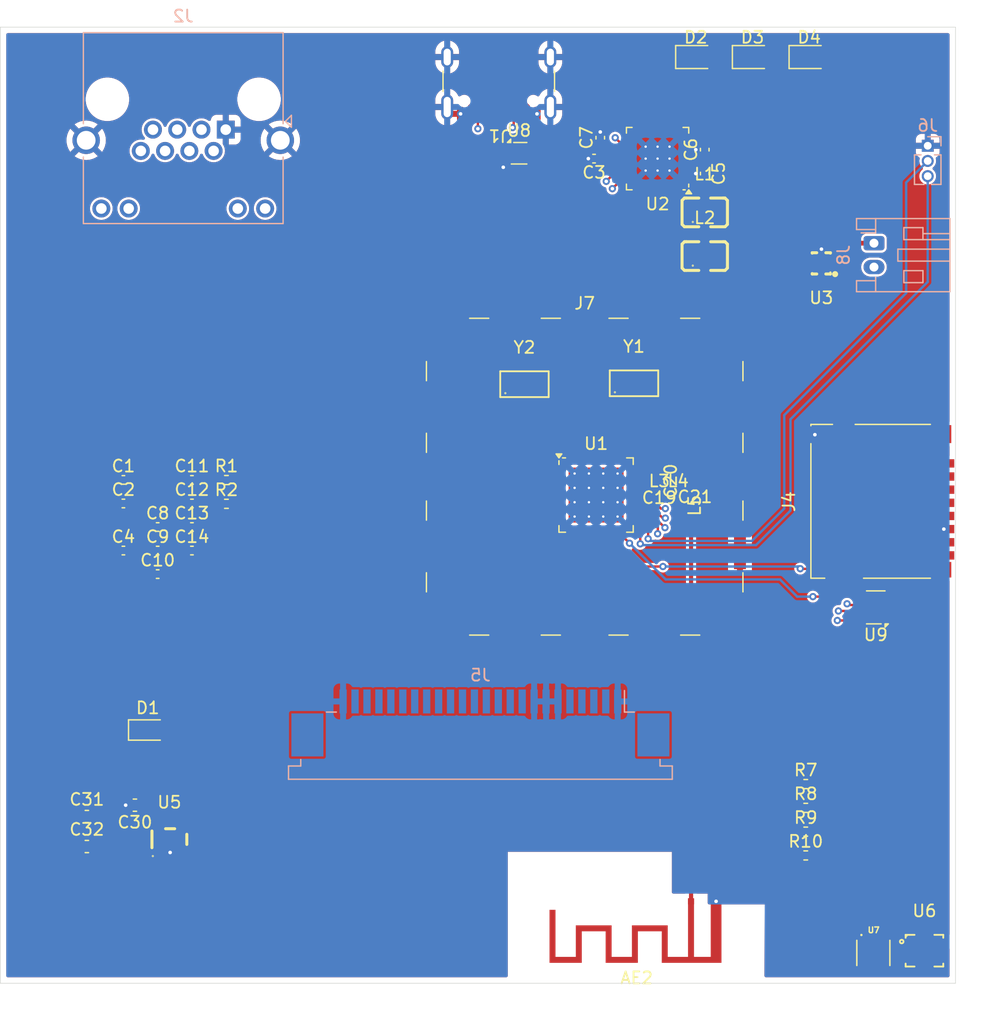
<source format=kicad_pcb>
(kicad_pcb (version 20240108) (generator "pcbnew") (generator_version "8.0")
  (layers (0 "F.Cu" signal) (1 "In1.Cu" power) (2 "In2.Cu" signal) (31 "B.Cu" signal) (34 "B.Paste" user) (35 "F.Paste" user) (36 "B.SilkS" user "B.Silkscreen") (37 "F.SilkS" user "F.Silkscreen") (38 "B.Mask" user) (39 "F.Mask" user) (44 "Edge.Cuts" user))
  (net 0 "")
  (net 1 "VBUSIN")
  (net 2 "CC2")
  (net 3 "CC1")
  (net 4 "DETECT1")
  (net 5 "DETECT2")
  (net 6 "SD_CS")
  (net 7 "Net-(U1-XC1)")
  (net 8 "Net-(U1-XC2)")
  (net 9 "SD_MISO")
  (net 10 "SD_MOSI")
  (net 11 "SD_SCLK")
  (net 12 "SD_DETECT")
  (net 13 "Net-(U1-DCC)")
  (net 14 "/Display/SCLK")
  (net 15 "SCL1")
  (net 16 "SENSE1A")
  (net 17 "SENSE2A")
  (net 18 "/Display/MOSI")
  (net 19 "SDA1")
  (net 20 "SENSE2B")
  (net 21 "SDA2")
  (net 22 "SENSE1B")
  (net 23 "/MCU/INT")
  (net 24 "Net-(D4-K)")
  (net 25 "VSYS")
  (net 26 "VOUTLDO2")
  (net 27 "VDDIO")
  (net 28 "Net-(D2-K)")
  (net 29 "VINLDO1")
  (net 30 "Net-(U2-SW1)")
  (net 33 "Net-(U2-VSET2)")
  (net 34 "Net-(U2-VSET1)")
  (net 35 "Net-(U2-SW2)")
  (net 36 "VOUTLDO1")
  (net 37 "Net-(D3-K)")
  (net 38 "VINLDO2")
  (net 40 "SCL2")
  (net 41 "/MCU/RESET")
  (net 42 "Net-(J5-Pin_2)")
  (net 57 "Net-(U3-PACK)")
  (net 58 "Net-(U3-VDD)")
  (net 59 "Net-(U3-BAT)")
  (net 60 "BATGND")
  (net 62 "VBAT")
  (net 72 "/Battery/NTC")
  (net 73 "Net-(J6-Pin_2)")
  (net 74 "Net-(U2-SHPHLD)")
  (net 75 "GND")
  (net 76 "/Display/3.0V")
  (net 77 "/MCU/MOTION_INT")
  (net 78 "/Battery/VBATOUT")
  (net 79 "/Power/VUSBOUT")
  (net 80 "Net-(U1-P1.00)")
  (net 81 "Net-(U1-P1.02)")
  (net 82 "unconnected-(U1-~{RESET}-Pad30)")
  (net 83 "Net-(U1-P1.03)")
  (net 84 "BUT3")
  (net 85 "BUT1")
  (net 86 "BUT4")
  (net 87 "BUT2")
  (net 88 "Net-(U1-P1.01)")
  (net 93 "Net-(U1-DECA)")
  (net 94 "Net-(U1-DECD)")
  (net 101 "Net-(J4-DAT3{slash}CD)")
  (net 102 "Net-(J4-DAT0)")
  (net 103 "Net-(J4-CMD)")
  (net 104 "Net-(J4-CLK)")
  (net 105 "Net-(AE2-A)")
  (net 107 "Net-(J5-Pin_3)")
  (net 108 "Net-(C19-Pad1)")
  (net 109 "Net-(C20-Pad1)")
  (net 110 "Net-(U1-ANT)")
  (net 111 "Net-(U5-FB)")
  (net 112 "VOUT")
  (net 113 "/Display/DISPLAY_SHDN")
  (net 114 "Net-(D1-A)")
  (net 119 "Net-(J6-Pin_3)")
  (footprint "Resistor_SMD:R_0402_1005Metric" (layer "F.Cu") (at 168.94 114.885)
    (property "Reference" "R2")
    (property "Value" "150k")
  )
  (footprint "Inductor_SMD:L_0201_0603Metric" (layer "F.Cu") (at 205.194971 114.024873)
    (property "Reference" "L3")
    (property "Value" "2.7nH")
  )
  (footprint "Connector_Card:microSD_HC_Hirose_DM3D-SF" (layer "F.Cu") (at 223.675 114.675 90)
    (property "Reference" "J4")
    (property "Value" "Micro_SD_Card_Det1")
  )
  (footprint "Capacitor_SMD:C_0603_1608Metric" (layer "F.Cu") (at 161.275 140.1 180)
    (property "Reference" "C30")
    (property "Value" "4.7uF")
  )
  (footprint "Package_SON:Texas_R-PWSON-N12_EP0.4x2mm" (layer "F.Cu") (at 223.325 123.55 180)
    (property "Reference" "U9")
    (property "Value" "TPD6F003")
  )
  (footprint "Diode_SMD:D_SOD-323F" (layer "F.Cu") (at 162.35 133.81)
    (property "Reference" "D1")
    (property "Value" "BAT54J")
  )
  (footprint "Resistor_SMD:R_0402_1005Metric" (layer "F.Cu") (at 217.46 140.325)
    (property "Reference" "R8")
    (property "Value" "10k")
  )
  (footprint "Capacitor_SMD:C_0201_0603Metric" (layer "F.Cu") (at 205.194971 113.324873 180)
    (property "Reference" "C19")
    (property "Value" "1.5pF")
  )
  (footprint "Resistor_SMD:R_0402_1005Metric" (layer "F.Cu") (at 217.46 142.315)
    (property "Reference" "R9")
    (property "Value" "10k")
  )
  (footprint "Library:CRYSTAL-SMD_L3.2-W1.5-1" (layer "F.Cu") (at 203.07507 104.799873)
    (property "Reference" "Y1")
    (property "Value" "32MHz")
  )
  (footprint "Package_DFN_QFN:QFN-32-1EP_5x5mm_P0.5mm_EP3.6x3.6mm_ThermalVias" (layer "F.Cu") (at 205.05 86 180)
    (property "Reference" "U2")
    (property "Value" "nPM1300-QEXX")
  )
  (footprint "Capacitor_SMD:C_0402_1005Metric" (layer "F.Cu") (at 163.18 120.765)
    (property "Reference" "C10")
    (property "Value" "10uF")
  )
  (footprint "Capacitor_SMD:C_0402_1005Metric" (layer "F.Cu") (at 166.05 118.795)
    (property "Reference" "C14")
    (property "Value" "100nF")
  )
  (footprint "Library:LGA-14_L3.0-W2.5-P0.50-TL" (layer "F.Cu") (at 227.401397 152.275)
    (property "Reference" "U6")
    (property "Value" "ICM-42688-P")
  )
  (footprint "Capacitor_SMD:C_0402_1005Metric" (layer "F.Cu") (at 163.18 118.795)
    (property "Reference" "C9")
    (property "Value" "10uF")
  )
  (footprint "Resistor_SMD:R_0402_1005Metric" (layer "F.Cu") (at 217.46 138.335)
    (property "Reference" "R7")
    (property "Value" "10k")
  )
  (footprint "Resistor_SMD:R_0402_1005Metric" (layer "F.Cu") (at 168.94 112.895)
    (property "Reference" "R1")
    (property "Value" "4.7k")
  )
  (footprint "RF_Antenna:Texas_SWRA117D_2.4GHz_Right" (layer "F.Cu") (at 207.85 148.145 180)
    (property "Reference" "AE2")
    (property "Value" "Antenna_Shield")
  )
  (footprint "Library:PSON65P250X200X100-8N" (layer "F.Cu") (at 223.12133 152.462587)
    (property "Reference" "U7")
    (property "Value" "ICP-10111")
  )
  (footprint "Capacitor_SMD:C_0402_1005Metric" (layer "F.Cu") (at 160.31 112.885)
    (property "Reference" "C1")
    (property "Value" "0.1pF")
  )
  (footprint "Capacitor_SMD:C_0402_1005Metric" (layer "F.Cu") (at 166.05 116.825)
    (property "Reference" "C13")
    (property "Value" "10uF")
  )
  (footprint "RF_Shielding:Laird_Technologies_BMI-S-103_26.21x26.21mm" (layer "F.Cu") (at 198.945 112.615)
    (property "Reference" "J7")
    (property "Value" "RFShield_TwoPieces")
  )
  (footprint "Library:SOT-23-5_L2.9-W1.6-P0.95-LS2.8-BL" (layer "F.Cu") (at 164.224962 142.960076)
    (property "Reference" "U5")
    (property "Value" "FAN5331SX")
  )
  (footprint "Capacitor_SMD:C_0402_1005Metric" (layer "F.Cu") (at 160.31 114.855)
    (property "Reference" "C2")
    (property "Value" "100nF")
  )
  (footprint "Library:L0806" (layer "F.Cu") (at 209 94.154)
    (property "Reference" "L2")
    (property "Value" "2.2uH")
  )
  (footprint "Capacitor_SMD:C_0402_1005Metric" (layer "F.Cu") (at 199.73 86 180)
    (property "Reference" "C3")
    (property "Value" "1.0uF")
  )
  (footprint "Capacitor_SMD:C_0402_1005Metric" (layer "F.Cu") (at 166.05 114.855)
    (property "Reference" "C12")
    (property "Value" "10uF")
  )
  (footprint "Capacitor_SMD:C_0201_0603Metric" (layer "F.Cu") (at 208.174901 115.349873)
    (property "Reference" "C21")
    (property "Value" "0.3pF")
  )
  (footprint "Capacitor_SMD:C_0201_0603Metric" (layer "F.Cu") (at 207.099901 112.974873 90)
    (property "Reference" "C20")
    (property "Value" "2.0pF")
  )
  (footprint "Resistor_SMD:R_0402_1005Metric" (layer "F.Cu") (at 217.46 144.305)
    (property "Reference" "R10")
    (property "Value" "10k")
  )
  (footprint "Inductor_SMD:L_0201_0603Metric" (layer "F.Cu") (at 206.774901 114.024873)
    (property "Reference" "L4")
    (property "Value" "3.5nH")
  )
  (footprint "Capacitor_SMD:C_0402_1005Metric" (layer "F.Cu") (at 160.31 118.795)
    (property "Reference" "C4")
    (property "Value" "1.0uF")
  )
  (footprint "Package_TO_SOT_SMD:SOT-553" (layer "F.Cu") (at 193.45 85.55)
    (property "Reference" "U8")
    (property "Value" "TPD3E001DRLR")
  )
  (footprint "Capacitor_SMD:C_0402_1005Metric" (layer "F.Cu") (at 200.25 84.25 90)
    (property "Reference" "C7")
    (property "Value" "10uF")
  )
  (footprint "LED_SMD:LED_0805_2012Metric" (layer "F.Cu") (at 217.75 77.5)
    (property "Reference" "D4")
    (property "Value" "B")
  )
  (footprint "Library:CRYSTAL-SMD_L3.2-W1.5-1" (layer "F.Cu") (at 193.90007 104.874873)
    (property "Reference" "Y2")
    (property "Value" "32.768KHz")
  )
  (footprint "Capacitor_SMD:C_0603_1608Metric" (layer "F.Cu") (at 157.25 143.56)
    (property "Reference" "C32")
    (property "Value" "4.7uF")
  )
  (footprint "Library:L0806" (layer "F.Cu") (at 209 90.5)
    (property "Reference" "L1")
    (property "Value" "2.2uH")
  )
  (footprint "Package_DFN_QFN:QFN-48-1EP_6x6mm_P0.4mm_EP4.6x4.6mm_ThermalVias" (layer "F.Cu") (at 199.89993 114.150127)
    (property "Reference" "U1")
    (property "Value" "nRF54L15-QFXX")
  )
  (footprint "LED_SMD:LED_0805_2012Metric" (layer "F.Cu") (at 213 77.5)
    (property "Reference" "D3")
    (property "Value" "G")
  )
  (footprint "Capacitor_SMD:C_0603_1608Metric" (layer "F.Cu") (at 157.25 141.05)
    (property "Reference" "C31")
    (property "Value" "120pF")
  )
  (footprint "Inductor_SMD:L_0201_0603Metric" (layer "F.Cu") (at 207.099901 115.024873 -90)
    (property "Reference" "L5")
    (property "Value" "3.5nH")
  )
  (footprint "Capacitor_SMD:C_0402_1005Metric" (layer "F.Cu") (at 166.05 112.885)
    (property "Reference" "C11")
    (property "Value" "10uF")
  )
  (footprint "Connector_USB:USB_C_Receptacle_GCT_USB4105-xx-A_16P_TopMnt_Horizontal" (layer "F.Cu") (at 191.75 78.575 180)
    (property "Reference" "J1")
    (property "Value" "USB_C_Receptacle_USB2.0_14P")
  )
  (footprint "Library:X2QFN-8_L1.5-W1.5-P0.50-TL" (layer "F.Cu") (at 218.775 94.775 180)
    (property "Reference" "U3")
    (property "Value" "BQ298012RUGR")
  )
  (footprint "Capacitor_SMD:C_0402_1005Metric" (layer "F.Cu") (at 209 87.25 -90)
    (property "Reference" "C5")
    (property "Value" "10uF")
  )
  (footprint "LED_SMD:LED_0805_2012Metric" (layer "F.Cu") (at 208.25 77.5)
    (property "Reference" "D2")
    (property "Value" "R")
  )
  (footprint "Capacitor_SMD:C_0402_1005Metric" (layer "F.Cu") (at 209 85.25 90)
    (property "Reference" "C6")
    (property "Value" "10uF")
  )
  (footprint "Capacitor_SMD:C_0402_1005Metric" (layer "F.Cu") (at 163.18 116.825)
    (property "Reference" "C8")
    (property "Value" "10uF")
  )
  (footprint "Connector_JST:JST_PH_S2B-PH-K_1x02_P2.00mm_Horizontal" (layer "B.Cu") (at 223.175 93.075 -90)
    (property "Reference" "J8")
    (property "Value" "Conn_01x02_Socket")
  )
  (footprint "Connector_RJ:RJ45_Amphenol_RJHSE538X" (layer "B.Cu") (at 168.882 83.575 180)
    (property "Reference" "J2")
    (property "Value" "RJ45_Shielded")
  )
  (footprint "Connector_PinHeader_1.27mm:PinHeader_1x03_P1.27mm_Vertical" (layer "B.Cu") (at 227.675 84.925 180)
    (property "Reference" "J6")
    (property "Value" "Conn_01x03_Pin")
  )
  (footprint "Connector_FFC-FPC:TE_2-84952-4_1x24-1MP_P1.0mm_Horizontal" (layer "B.Cu") (at 190.21 133.22 180)
    (property "Reference" "J5")
    (property "Value" "Conn_01x24_Socket")
  )
  (gr_line (start 230 155) (end 230 75) (stroke (width 0.05)) (layer "Edge.Cuts"))
  (gr_line (start 150 75) (end 150 155) (stroke (width 0.05)) (layer "Edge.Cuts"))
  (gr_line (start 230 75) (end 150 75) (stroke (width 0.05)) (layer "Edge.Cuts"))
  (gr_line (start 150 155) (end 230 155) (stroke (width 0.05)) (layer "Edge.Cuts"))
  (segment (start 200.46 86.25) (end 200.21 86) (width 0.3) (layer "F.Cu") (net 1))
  (segment (start 194.15 82.255) (end 194.15 81.65) (width 0.4) (layer "F.Cu") (net 1))
  (segment (start 200.21 85.953154) (end 199.306846 85.05) (width 0.4) (layer "F.Cu") (net 1))
  (segment (start 190.126475 80.879695) (end 189.638085 81.368085) (width 0.4) (layer "F.Cu") (net 1))
  (segment (start 189.35 81.680001) (end 189.650001 81.38) (width 0.4) (layer "F.Cu") (net 1))
  (segment (start 189.35 82.255) (end 189.35 81.680001) (width 0.4) (layer "F.Cu") (net 1))
  (segment (start 193.379695 80.879695) (end 190.126475 80.879695) (width 0.4) (layer "F.Cu") (net 1))
  (segment (start 194.15 85.05) (end 199.306846 85.05) (width 0.4) (layer "F.Cu") (net 1))
  (segment (start 194.15 82.255) (end 194.15 85.05) (width 0.4) (layer "F.Cu") (net 1))
  (segment (start 202.6 86.25) (end 200.46 86.25) (width 0.3) (layer "F.Cu") (net 1))
  (segment (start 194.15 81.65) (end 193.379695 80.879695) (width 0.4) (layer "F.Cu") (net 1))
  (segment (start 200.21 86) (end 200.21 85.953154) (width 0.3) (layer "F.Cu") (net 1))
  (segment (start 202.026728 87.75) (end 202.6 87.75) (width 0.2) (layer "F.Cu") (net 2))
  (segment (start 201.262149 88.514579) (end 202.026728 87.75) (width 0.2) (layer "F.Cu") (net 2))
  (segment (start 190 83.5) (end 190 82.255) (width 0.2) (layer "F.Cu") (net 2))
  (via (at 190 83.5) (size 0.6) (drill 0.3) (layers "F.Cu" "B.Cu") (net 2))
  (via (at 201.262149 88.514579) (size 0.6) (drill 0.3) (layers "F.Cu" "B.Cu") (net 2))
  (segment (start 193 82.255) (end 193 83.31005) (width 0.2) (layer "F.Cu") (net 3))
  (segment (start 193 83.31005) (end 192.905025 83.405025) (width 0.2) (layer "F.Cu") (net 3))
  (segment (start 201.4 87.25) (end 202.6 87.25) (width 0.2) (layer "F.Cu") (net 3))
  (segment (start 200.75 87.9) (end 201.4 87.25) (width 0.2) (layer "F.Cu") (net 3))
  (via (at 192.905025 83.405025) (size 0.6) (drill 0.3) (layers "F.Cu" "B.Cu") (net 3))
  (via (at 200.75 87.9) (size 0.6) (drill 0.3) (layers "F.Cu" "B.Cu") (net 3))
  (segment (start 202.09993 117.57993) (end 202.09993 117.100127) (width 0.2) (layer "F.Cu") (net 6))
  (segment (start 202.7 118.18) (end 202.09993 117.57993) (width 0.2) (layer "F.Cu") (net 6))
  (segment (start 221.168529 122.65) (end 221.468529 122.95) (width 0.2) (layer "F.Cu") (net 6))
  (segment (start 218.06 122.65) (end 221.168529 122.65) (width 0.2) (layer "F.Cu") (net 6))
  (segment (start 221.468529 122.95) (end 222.7 122.95) (width 0.2) (layer "F.Cu") (net 6))
  (via (at 202.7 118.18) (size 0.6) (drill 0.3) (layers "F.Cu" "B.Cu") (net 6))
  (via (at 218.06 122.65) (size 0.6) (drill 0.3) (layers "F.Cu" "B.Cu") (net 6))
  (segment (start 216.56 122.47) (end 216.74 122.65) (width 0.2) (layer "B.Cu") (net 6))
  (segment (start 215.3 121.21) (end 216.56 122.47) (width 0.2) (layer "B.Cu") (net 6))
  (segment (start 205.73 121.21) (end 215.12 121.21) (width 0.2) (layer "B.Cu") (net 6))
  (segment (start 216.74 122.65) (end 218.06 122.65) (width 0.2) (layer "B.Cu") (net 6))
  (segment (start 202.7 118.18) (end 205.73 121.21) (width 0.2) (layer "B.Cu") (net 6))
  (segment (start 215.12 121.21) (end 215.3 121.21) (width 0.2) (layer "B.Cu") (net 6))
  (segment (start 220.106357 124.644948) (end 221.858692 124.644948) (width 0.2) (layer "F.Cu") (net 9))
  (segment (start 205.053531 117.14304) (end 205.068651 117.12792) (width 0.2) (layer "F.Cu") (net 9))
  (segment (start 221.858692 124.644948) (end 222.35364 124.15) (width 0.2) (layer "F.Cu") (net 9))
  (segment (start 205.068651 117.12792) (end 205.068651 116.862869) (width 0.2) (layer "F.Cu") (net 9))
  (segment (start 222.35364 124.15) (end 222.825 124.15) (width 0.2) (layer "F.Cu") (net 9))
  (segment (start 205.053531 117.390891) (end 205.053531 117.14304) (width 0.2) (layer "F.Cu") (net 9))
  (segment (start 205.068651 116.862869) (end 203.755909 115.550127) (width 0.2) (layer "F.Cu") (net 9))
  (segment (start 203.755909 115.550127) (end 202.84993 115.550127) (width 0.2) (layer "F.Cu") (net 9))
  (via (at 220.106357 124.644948) (size 0.6) (drill 0.3) (layers "F.Cu" "B.Cu") (net 9))
  (via (at 205.053531 117.390891) (size 0.6) (drill 0.3) (layers "F.Cu" "B.Cu") (net 9))
  (segment (start 205.7 116.080003) (end 205.480003 116.080003) (width 0.2) (layer "F.Cu") (net 10))
  (segment (start 204.150127 114.750127) (end 202.84993 114.750127) (width 0.2) (layer "F.Cu") (net 10))
  (segment (start 220.92 123.25) (end 221.02 123.35) (width 0.2) (layer "F.Cu") (net 10))
  (segment (start 205.480003 116.080003) (end 204.150127 114.750127) (width 0.2) (layer "F.Cu") (net 10))
  (segment (start 221.02 123.35) (end 222.7 123.35) (width 0.2) (layer "F.Cu") (net 10))
  (via (at 220.92 123.25) (size 0.6) (drill 0.3) (layers "F.Cu" "B.Cu") (net 10))
  (via (at 205.7 116.080003) (size 0.6) (drill 0.3) (layers "F.Cu" "B.Cu") (net 10))
  (segment (start 221.21 123.85) (end 221.31 123.75) (width 0.2) (layer "F.Cu") (net 11))
  (segment (start 202.84993 115.150127) (end 203.921595 115.150127) (width 0.2) (layer "F.Cu") (net 11))
  (segment (start 205.650859 116.879391) (end 205.668651 116.879391) (width 0.2) (layer "F.Cu") (net 11))
  (segment (start 203.921595 115.150127) (end 205.650859 116.879391) (width 0.2) (layer "F.Cu") (net 11))
  (segment (start 221.31 123.75) (end 222.7 123.75) (width 0.2) (layer "F.Cu") (net 11))
  (segment (start 220.196142 123.85) (end 221.21 123.85) (width 0.2) (layer "F.Cu") (net 11))
  (via (at 220.196142 123.85) (size 0.6) (drill 0.3) (layers "F.Cu" "B.Cu") (net 11))
  (via (at 205.668651 116.879391) (size 0.6) (drill 0.3) (layers "F.Cu" "B.Cu") (net 11))
  (segment (start 201.69993 118.028459) (end 203.802206 120.130735) (width 0.2) (layer "F.Cu") (net 12))
  (segment (start 217.015 120.325) (end 219.8 120.325) (width 0.2) (layer "F.Cu") (net 12))
  (segment (start 217 120.31) (end 217.015 120.325) (width 0.2) (layer "F.Cu") (net 12))
  (segment (start 203.802206 120.130735) (end 205.499265 120.130735) (width 0.2) (layer "F.Cu") (net 12))
  (segment (start 201.69993 117.100127) (end 201.69993 118.028459) (width 0.2) (layer "F.Cu") (net 12))
  (via (at 217 120.31) (size 0.6) (drill 0.3) (layers "F.Cu" "B.Cu") (net 12))
  (via (at 205.499265 120.130735) (size 0.6) (drill 0.3) (layers "F.Cu" "B.Cu") (net 12))
  (segment (start 205.499265 120.130735) (end 216.820735 120.130735) (width 0.2) (layer "B.Cu") (net 12))
  (segment (start 216.820735 120.130735) (end 217 120.31) (width 0.2) (layer "B.Cu") (net 12))
  (segment (start 208.48 86.25) (end 209 85.73) (width 0.2) (layer "F.Cu") (net 25))
  (segment (start 201.27 85.75) (end 202.6 85.75) (width 0.2) (layer "F.Cu") (net 25))
  (segment (start 207.5 86.25) (end 208.48 86.25) (width 0.2) (layer "F.Cu") (net 25))
  (segment (start 200.25 84.73) (end 201.27 85.75) (width 0.2) (layer "F.Cu") (net 25))
  (segment (start 208.48 86.25) (end 209 86.77) (width 0.2) (layer "F.Cu") (net 25))
  (segment (start 223.175 93.075) (end 220.649879 93.075) (width 0.4) (layer "F.Cu") (net 60))
  (segment (start 220.649879 93.075) (end 219.450133 94.274746) (width 0.4) (layer "F.Cu") (net 60))
  (segment (start 202.6 84.75) (end 202 84.75) (width 0.2) (layer "F.Cu") (net 72))
  (segment (start 202 84.75) (end 201.5 84.25) (width 0.2) (layer "F.Cu") (net 72))
  (via (at 201.5 84.25) (size 0.6) (drill 0.3) (layers "F.Cu" "B.Cu") (net 72))
  (segment (start 204.26 117.81) (end 204.26 116.967073) (width 0.2) (layer "F.Cu") (net 73))
  (segment (start 204.26 116.967073) (end 203.243054 115.950127) (width 0.2) (layer "F.Cu") (net 73))
  (segment (start 203.243054 115.950127) (end 202.84993 115.950127) (width 0.2) (layer "F.Cu") (net 73))
  (via (at 204.26 117.81) (size 0.6) (drill 0.3) (layers "F.Cu" "B.Cu") (net 73))
  (segment (start 227.675 86.195) (end 225.87 88) (width 0.2) (layer "B.Cu") (net 73))
  (segment (start 212.949109 117.990891) (end 204.440891 117.990891) (width 0.2) (layer "B.Cu") (net 73))
  (segment (start 204.440891 117.990891) (end 204.26 117.81) (width 0.2) (layer "B.Cu") (net 73))
  (segment (start 215.66 115.28) (end 212.949109 117.990891) (width 0.2) (layer "B.Cu") (net 73))
  (segment (start 225.87 97.25) (end 215.66 107.46) (width 0.2) (layer "B.Cu") (net 73))
  (segment (start 215.66 107.46) (end 215.66 115.28) (width 0.2) (layer "B.Cu") (net 73))
  (segment (start 225.87 88) (end 225.87 97.25) (width 0.2) (layer "B.Cu") (net 73))
  (segment (start 204.551261 113.550127) (end 204.776515 113.324873) (width 0.2) (layer "F.Cu") (net 75))
  (segment (start 208.73 87.73) (end 208.25 87.25) (width 0.2) (layer "F.Cu") (net 75))
  (segment (start 204.776515 113.324873) (end 204.874971 113.324873) (width 0.2) (layer "F.Cu") (net 75))
  (segment (start 207.5 85.25) (end 208.25 85.25) (width 0.2) (layer "F.Cu") (net 75))
  (segment (start 207.5 87.25) (end 208.25 87.25) (width 0.2) (layer "F.Cu") (net 75))
  (segment (start 218.774746 94.124886) (end 218.774746 93.575254) (width 0.4) (layer "F.Cu") (net 75))
  (segment (start 208.73 84.77) (end 208.25 85.25) (width 0.2) (layer "F.Cu") (net 75))
  (segment (start 192.125735 86.674265) (end 192.75 86.05) (width 0.4) (layer "F.Cu") (net 75))
  (segment (start 192.125735 86.724265) (end 192.125735 86.674265) (width 0.2) (layer "F.Cu") (net 75))
  (segment (start 209 84.77) (end 208.73 84.77) (width 0.2) (layer "F.Cu") (net 75))
  (segment (start 202.84993 113.550127) (end 204.551261 113.550127) (width 0.2) (layer "F.Cu") (net 75))
  (segment (start 209 87.73) (end 208.73 87.73) (width 0.2) (layer "F.Cu") (net 75))
  (segment (start 218.774746 93.575254) (end 218.775 93.575) (width 0.4) (layer "F.Cu") (net 75))
  (via (at 188.55 82.255) (size 0.6) (drill 0.3) (layers "F.Cu" "B.Cu") (net 75))
  (via (at 192.125735 86.724265) (size 0.6) (drill 0.3) (layers "F.Cu" "B.Cu") (net 75))
  (via (at 194.95 82.255) (size 0.6) (drill 0.3) (layers "F.Cu" "B.Cu") (net 75))
  (via (at 229.025 117) (size 0.6) (drill 0.3) (layers "F.Cu" "B.Cu") (net 75))
  (via (at 218.225 109.1) (size 0.6) (drill 0.3) (layers "F.Cu" "B.Cu") (net 75))
  (via (at 208.25 87.25) (size 0.6) (drill 0.3) (layers "F.Cu" "B.Cu") (net 75))
  (via (at 199.25 86) (size 0.6) (drill 0.3) (layers "F.Cu" "B.Cu") (net 75))
  (via (at 160.5 140.1) (size 0.6) (drill 0.3) (layers "F.Cu" "B.Cu") (net 75))
  (via (at 200.25 83.77) (size 0.6) (drill 0.3) (layers "F.Cu" "B.Cu") (net 75))
  (via (at 164.224962 144.060152) (size 0.6) (drill 0.3) (layers "F.Cu" "B.Cu") (net 75))
  (via (at 208.25 85.25) (size 0.6) (drill 0.3) (layers "F.Cu" "B.Cu") (net 75))
  (via (at 218.775 93.575) (size 0.6) (drill 0.3) (layers "F.Cu" "B.Cu") (net 75))
  (segment (start 204.401769 114.350127) (end 202.84993 114.350127) (width 0.2) (layer "F.Cu") (net 82))
  (segment (start 205.331642 115.28) (end 204.401769 114.350127) (width 0.2) (layer "F.Cu") (net 82))
  (segment (start 205.7 115.28) (end 205.331642 115.28) (width 0.2) (layer "F.Cu") (net 82))
  (via (at 205.7 115.28) (size 0.6) (drill 0.3) (layers "F.Cu" "B.Cu") (net 82))
  (segment (start 224.6 116.446) (end 228.446 112.6) (width 0.2) (layer "F.Cu") (net 101))
  (segment (start 224.6 122.64636) (end 224.29636 122.95) (width 0.2) (layer "F.Cu") (net 101))
  (segment (start 224.6 116.446) (end 224.6 122.64636) (width 0.2) (layer "F.Cu") (net 101))
  (segment (start 224.29636 122.95) (end 223.95 122.95) (width 0.2) (layer "F.Cu") (net 101))
  (segment (start 228.446 112.6) (end 229.025 112.6) (width 0.2) (layer "F.Cu") (net 101))
  (segment (start 224.787344 124.15) (end 223.95 124.15) (width 0.2) (layer "F.Cu") (net 102))
  (segment (start 227.95 118.1) (end 225.8 120.25) (width 0.2) (layer "F.Cu") (net 102))
  (segment (start 229.025 118.1) (end 227.95 118.1) (width 0.2) (layer "F.Cu") (net 102))
  (segment (start 225.8 123.137344) (end 224.787344 124.15) (width 0.2) (layer "F.Cu") (net 102))
  (segment (start 225.8 120.25) (end 225.8 123.137344) (width 0.2) (layer "F.Cu") (net 102))
  (segment (start 228.3 113.7) (end 225 117) (width 0.2) (layer "F.Cu") (net 103))
  (segment (start 225 123.012448) (end 224.662448 123.35) (width 0.2) (layer "F.Cu") (net 103))
  (segment (start 229.025 113.7) (end 228.3 113.7) (width 0.2) (layer "F.Cu") (net 103))
  (segment (start 225 117) (end 225 123.012448) (width 0.2) (layer "F.Cu") (net 103))
  (segment (start 224.662448 123.35) (end 223.95 123.35) (width 0.2) (layer "F.Cu") (net 103))
  (segment (start 228.3 115.9) (end 225.4 118.8) (width 0.2) (layer "F.Cu") (net 104))
  (segment (start 225.4 118.8) (end 225.4 123.074896) (width 0.2) (layer "F.Cu") (net 104))
  (segment (start 225.4 123.074896) (end 224.724896 123.75) (width 0.2) (layer "F.Cu") (net 104))
  (segment (start 224.724896 123.75) (end 223.95 123.75) (width 0.2) (layer "F.Cu") (net 104))
  (segment (start 229.025 115.9) (end 228.3 115.9) (width 0.2) (layer "F.Cu") (net 104))
  (segment (start 207.849901 115.344873) (end 207.854901 115.349873) (width 0.35) (layer "F.Cu") (net 105))
  (segment (start 207.099901 115.344873) (end 207.849901 115.344873) (width 0.35) (layer "F.Cu") (net 105))
  (segment (start 207.854901 115.474901) (end 207.85 115.479802) (width 0.35) (layer "F.Cu") (net 105))
  (segment (start 207.854901 148.140099) (end 207.85 148.145) (width 0.35) (layer "F.Cu") (net 105))
  (segment (start 207.854901 115.349873) (end 207.854901 148.140099) (width 0.35) (layer "F.Cu") (net 105))
  (segment (start 207.854901 115.349873) (end 207.854901 115.474901) (width 0.35) (layer "F.Cu") (net 105))
  (segment (start 205.514971 114.024873) (end 206.454901 114.024873) (width 0.35) (layer "F.Cu") (net 108))
  (segment (start 205.514971 114.024873) (end 205.514971 113.324873) (width 0.35) (layer "F.Cu") (net 108))
  (segment (start 207.099901 114.029873) (end 207.094901 114.024873) (width 0.35) (layer "F.Cu") (net 109))
  (segment (start 207.094901 113.299873) (end 207.099901 113.294873) (width 0.35) (layer "F.Cu") (net 109))
  (segment (start 207.094901 114.024873) (end 207.094901 113.299873) (width 0.35) (layer "F.Cu") (net 109))
  (segment (start 207.099901 114.704873) (end 207.099901 114.029873) (width 0.35) (layer "F.Cu") (net 109))
  (segment (start 207.094901 113.324873) (end 207.124901 113.294873) (width 0.2) (layer "F.Cu") (net 109))
  (segment (start 204.874971 114.024873) (end 204.800225 113.950127) (width 0.2) (layer "F.Cu") (net 110))
  (segment (start 204.800098 113.95) (end 204.874971 114.024873) (width 0.2) (layer "F.Cu") (net 110))
  (segment (start 204.800225 113.950127) (end 202.84993 113.950127) (width 0.2) (layer "F.Cu") (net 110))
  (segment (start 202.84993 116.350127) (end 203.599265 117.099462) (width 0.2) (layer "F.Cu") (net 119))
  (segment (start 203.599265 117.099462) (end 203.599265 118.230735) (width 0.2) (layer "F.Cu") (net 119))
  (via (at 203.599265 118.230735) (size 0.6) (drill 0.3) (layers "F.Cu" "B.Cu") (net 119))
  (segment (start 227.675 96.315) (end 227.675 95.37) (width 0.2) (layer "B.Cu") (net 119))
  (segment (start 227.675 95.37) (end 227.675 87.465) (width 0.2) (layer "B.Cu") (net 119))
  (segment (start 203.70553 118.337) (end 213.293 118.337) (width 0.2) (layer "B.Cu") (net 119))
  (segment (start 216.18 115.45) (end 216.18 107.81) (width 0.2) (layer "B.Cu") (net 119))
  (segment (start 203.599265 118.230735) (end 203.70553 118.337) (width 0.2) (layer "B.Cu") (net 119))
  (segment (start 216.18 107.81) (end 227.675 96.315) (width 0.2) (layer "B.Cu") (net 119))
  (segment (start 213.293 118.337) (end 216.18 115.45) (width 0.2) (layer "B.Cu") (net 119))
  (zone (net 0) (net_name "") (layer "F.Cu") (connect_pads (clearance 0)) (min_thickness 0.25)
    (keepout (tracks allowed) (vias allowed) (pads not_allowed) (copperpour not_allowed) (footprints allowed))
    (fill (thermal_gap 0.5) (thermal_bridge_width 0.5))
    (polygon (pts (xy 204.800225 113.650127) (xy 204.849603 113.654219) (xy 204.897634 113.666382) (xy 204.943009 113.686285) (xy 204.984488 113.713385) (xy 205.020942 113.746943) (xy 205.051374 113.786043) (xy 205.074956 113.829619) (xy 205.091045 113.876482) (xy 205.0992 113.925354) (xy 205.0992 113.9749) (xy 205.091045 114.023772) (xy 205.074956 114.070635) (xy 205.051374 114.114211) (xy 205.020942 114.153311) (xy 204.984488 114.186869) (xy 204.943009 114.213969) (xy 204.897634 114.233872) (xy 204.849603 114.246035) (xy 204.800225 114.250127) (xy 202.84993 114.250127) (xy 202.800552 114.246035) (xy 202.752521 114.233872) (xy 202.707146 114.213969) (xy 202.665667 114.186869) (xy 202.629213 114.153311) (xy 202.598781 114.114211) (xy 202.575199 114.070635) (xy 202.55911 114.023772) (xy 202.550955 113.9749) (xy 202.550955 113.925354) (xy 202.55911 113.876482) (xy 202.575199 113.829619) (xy 202.598781 113.786043) (xy 202.629213 113.746943) (xy 202.665667 113.713385) (xy 202.707146 113.686285) (xy 202.752521 113.666382) (xy 202.800552 113.654219) (xy 202.84993 113.650127)))
  )
  (zone (net 0) (net_name "") (layer "F.Cu") (connect_pads (clearance 0)) (min_thickness 0.25)
    (keepout (tracks allowed) (vias allowed) (pads not_allowed) (copperpour not_allowed) (footprints allowed))
    (fill (thermal_gap 0.5) (thermal_bridge_width 0.5))
    (polygon (pts (xy 202.84993 113.850127) (xy 202.800552 113.846035) (xy 202.752521 113.833872) (xy 202.707146 113.813969) (xy 202.665667 113.786869) (xy 202.629213 113.753311) (xy 202.598781 113.714211) (xy 202.575199 113.670635) (xy 202.55911 113.623772) (xy 202.550955 113.5749) (xy 202.550955 113.525354) (xy 202.55911 113.476482) (xy 202.575199 113.429619) (xy 202.598781 113.386043) (xy 202.629213 113.346943) (xy 202.665667 113.313385) (xy 202.707146 113.286285) (xy 202.752521 113.266382) (xy 202.800552 113.254219) (xy 202.84993 113.250127) (xy 204.551261 113.250127) (xy 204.600639 113.254219) (xy 204.64867 113.266382) (xy 204.694045 113.286285) (xy 204.735524 113.313385) (xy 204.771978 113.346943) (xy 204.80241 113.386043) (xy 204.825992 113.429619) (xy 204.842081 113.476482) (xy 204.850236 113.525354) (xy 204.850236 113.5749) (xy 204.842081 113.623772) (xy 204.825992 113.670635) (xy 204.80241 113.714211) (xy 204.771978 113.753311) (xy 204.735524 113.786869) (xy 204.694045 113.813969) (xy 204.64867 113.833872) (xy 204.600639 113.846035) (xy 204.551261 113.850127)))
  )
  (zone (net 0) (net_name "") (layer "F.Cu") (connect_pads (clearance 0)) (min_thickness 0.25)
    (keepout (tracks allowed) (vias allowed) (pads not_allowed) (copperpour not_allowed) (footprints allowed))
    (fill (thermal_gap 0.5) (thermal_bridge_width 0.5))
    (polygon (pts (xy 205.514971 114.399873) (xy 205.453249 114.394758) (xy 205.393209 114.379554) (xy 205.336491 114.354675) (xy 205.284642 114.3208) (xy 205.239075 114.278853) (xy 205.201034 114.229978) (xy 205.171557 114.175508) (xy 205.151446 114.11693) (xy 205.141252 114.05584) (xy 205.141252 113.993906) (xy 205.151446 113.932816) (xy 205.171557 113.874238) (xy 205.201034 113.819768) (xy 205.239075 113.770893) (xy 205.284642 113.728946) (xy 205.336491 113.695071) (xy 205.393209 113.670192) (xy 205.453249 113.654988) (xy 205.514971 113.649873) (xy 206.454901 113.649873) (xy 206.516623 113.654988) (xy 206.576663 113.670192) (xy 206.633381 113.695071) (xy 206.68523 113.728946) (xy 206.730797 113.770893) (xy 206.768838 113.819768) (xy 206.798315 113.874238) (xy 206.818426 113.932816) (xy 206.82862 113.993906) (xy 206.82862 114.05584) (xy 206.818426 114.11693) (xy 206.798315 114.175508) (xy 206.768838 114.229978) (xy 206.730797 114.278853) (xy 206.68523 114.3208) (xy 206.633381 114.354675) (xy 206.576663 114.379554) (xy 206.516623 114.394758) (xy 206.454901 114.399873)))
  )
  (zone (net 0) (net_name "") (layer "F.Cu") (name "antenna") (connect_pads (clearance 0)) (min_thickness 0.25)
    (keepout (tracks allowed) (vias allowed) (pads not_allowed) (copperpour not_allowed) (footprints not_allowed))
    (fill (thermal_gap 0.5) (thermal_bridge_width 0.5))
    (polygon (pts (xy 207.429901 115.349873) (xy 207.435698 115.279921) (xy 207.452929 115.211876) (xy 207.481125 115.147596) (xy 207.519517 115.088833) (xy 207.567057 115.037191) (xy 207.622449 114.994078) (xy 207.684181 114.96067) (xy 207.75057 114.937878) (xy 207.819805 114.926325) (xy 207.889997 114.926325) (xy 207.959232 114.937878) (xy 208.025621 114.96067) (xy 208.087353 114.994078) (xy 208.142745 115.037191) (xy 208.190285 115.088833) (xy 208.228677 115.147596) (xy 208.256873 115.211876) (xy 208.274104 115.279921) (xy 208.279901 115.349873) (xy 208.279901 148.140099) (xy 208.274104 148.210051) (xy 208.256873 148.278096) (xy 208.228677 148.342376) (xy 208.190285 148.401139) (xy 208.142745 148.452781) (xy 208.087353 148.495894) (xy 208.025621 148.529302) (xy 207.959232 148.552094) (xy 207.889997 148.563647) (xy 207.819805 148.563647) (xy 207.75057 148.552094) (xy 207.684181 148.529302) (xy 207.622449 148.495894) (xy 207.567057 148.452781) (xy 207.519517 148.401139) (xy 207.481125 148.342376) (xy 207.452929 148.278096) (xy 207.435698 148.210051) (xy 207.429901 148.140099)))
  )
  (zone (net 0) (net_name "") (layer "F.Cu") (connect_pads (clearance 0)) (min_thickness 0.25)
    (keepout (tracks allowed) (vias allowed) (pads not_allowed) (copperpour not_allowed) (footprints allowed))
    (fill (thermal_gap 0.5) (thermal_bridge_width 0.5))
    (polygon (pts (xy 205.889971 114.024873) (xy 205.884856 114.086595) (xy 205.869652 114.146635) (xy 205.844773 114.203353) (xy 205.810898 114.255202) (xy 205.768951 114.300769) (xy 205.720076 114.33881) (xy 205.665606 114.368287) (xy 205.607028 114.388398) (xy 205.545938 114.398592) (xy 205.484004 114.398592) (xy 205.422914 114.388398) (xy 205.364336 114.368287) (xy 205.309866 114.33881) (xy 205.260991 114.300769) (xy 205.219044 114.255202) (xy 205.185169 114.203353) (xy 205.16029 114.146635) (xy 205.145086 114.086595) (xy 205.139971 114.024873) (xy 205.139971 113.324873) (xy 205.145086 113.263151) (xy 205.16029 113.203111) (xy 205.185169 113.146393) (xy 205.219044 113.094544) (xy 205.260991 113.048977) (xy 205.309866 113.010936) (xy 205.364336 112.981459) (xy 205.422914 112.961348) (xy 205.484004 112.951154) (xy 205.545938 112.951154) (xy 205.607028 112.961348) (xy 205.665606 112.981459) (xy 205.720076 113.010936) (xy 205.768951 113.048977) (xy 205.810898 113.094544) (xy 205.844773 113.146393) (xy 205.869652 113.203111) (xy 205.884856 113.263151) (xy 205.889971 113.324873)))
  )
  (zone (net 0) (net_name "") (layer "F.Cu") (connect_pads (clearance 0)) (min_thickness 0.25)
    (keepout (tracks allowed) (vias allowed) (pads not_allowed) (copperpour not_allowed) (footprints allowed))
    (fill (thermal_gap 0.5) (thermal_bridge_width 0.5))
    (polygon (pts (xy 207.474901 114.704873) (xy 207.469786 114.766595) (xy 207.454582 114.826635) (xy 207.429703 114.883353) (xy 207.395828 114.935202) (xy 207.353881 114.980769) (xy 207.305006 115.01881) (xy 207.250536 115.048287) (xy 207.191958 115.068398) (xy 207.130868 115.078592) (xy 207.068934 115.078592) (xy 207.007844 115.068398) (xy 206.949266 115.048287) (xy 206.894796 115.01881) (xy 206.845921 114.980769) (xy 206.803974 114.935202) (xy 206.770099 114.883353) (xy 206.74522 114.826635) (xy 206.730016 114.766595) (xy 206.724901 114.704873) (xy 206.724901 114.029873) (xy 206.730016 113.968151) (xy 206.74522 113.908111) (xy 206.770099 113.851393) (xy 206.803974 113.799544) (xy 206.845921 113.753977) (xy 206.894796 113.715936) (xy 206.949266 113.686459) (xy 207.007844 113.666348) (xy 207.068934 113.656154) (xy 207.130868 113.656154) (xy 207.191958 113.666348) (xy 207.250536 113.686459) (xy 207.305006 113.715936) (xy 207.353881 113.753977) (xy 207.395828 113.799544) (xy 207.429703 113.851393) (xy 207.454582 113.908111) (xy 207.469786 113.968151) (xy 207.474901 114.029873)))
  )
  (zone (net 0) (net_name "") (layer "F.Cu") (connect_pads (clearance 0)) (min_thickness 0.25)
    (keepout (tracks allowed) (vias allowed) (pads not_allowed) (copperpour not_allowed) (footprints allowed))
    (fill (thermal_gap 0.5) (thermal_bridge_width 0.5))
    (polygon (pts (xy 207.469901 114.024873) (xy 207.464786 114.086595) (xy 207.449582 114.146635) (xy 207.424703 114.203353) (xy 207.390828 114.255202) (xy 207.348881 114.300769) (xy 207.300006 114.33881) (xy 207.245536 114.368287) (xy 207.186958 114.388398) (xy 207.125868 114.398592) (xy 207.063934 114.398592) (xy 207.002844 114.388398) (xy 206.944266 114.368287) (xy 206.889796 114.33881) (xy 206.840921 114.300769) (xy 206.798974 114.255202) (xy 206.765099 114.203353) (xy 206.74022 114.146635) (xy 206.725016 114.086595) (xy 206.719901 114.024873) (xy 206.719901 113.299873) (xy 206.725016 113.238151) (xy 206.74022 113.178111) (xy 206.765099 113.121393) (xy 206.798974 113.069544) (xy 206.840921 113.023977) (xy 206.889796 112.985936) (xy 206.944266 112.956459) (xy 207.002844 112.936348) (xy 207.063934 112.926154) (xy 207.125868 112.926154) (xy 207.186958 112.936348) (xy 207.245536 112.956459) (xy 207.300006 112.985936) (xy 207.348881 113.023977) (xy 207.390828 113.069544) (xy 207.424703 113.121393) (xy 207.449582 113.178111) (xy 207.464786 113.238151) (xy 207.469901 113.299873)))
  )
  (zone (net 0) (net_name "") (layer "F.Cu") (connect_pads (clearance 0)) (min_thickness 0.25)
    (keepout (tracks allowed) (vias allowed) (pads not_allowed) (copperpour not_allowed) (footprints allowed))
    (fill (thermal_gap 0.5) (thermal_bridge_width 0.5))
    (polygon (pts (xy 204.763393 113.762259) (xy 204.725584 113.794281) (xy 204.683019 113.819644) (xy 204.636861 113.837655) (xy 204.588368 113.847823) (xy 204.538864 113.84987) (xy 204.489697 113.843742) (xy 204.442209 113.829604) (xy 204.397696 113.807843) (xy 204.357372 113.779052) (xy 204.322336 113.744016) (xy 204.293545 113.703692) (xy 204.271784 113.659179) (xy 204.257646 113.611691) (xy 204.251518 113.562524) (xy 204.253565 113.51302) (xy 204.263733 113.464527) (xy 204.281744 113.418369) (xy 204.307107 113.375804) (xy 204.339129 113.337995) (xy 204.564383 113.112741) (xy 204.602192 113.080719) (xy 204.644757 113.055356) (xy 204.690915 113.037345) (xy 204.739408 113.027177) (xy 204.788912 113.02513) (xy 204.838079 113.031258) (xy 204.885567 113.045396) (xy 204.93008 113.067157) (xy 204.970404 113.095948) (xy 205.00544 113.130984) (xy 205.034231 113.171308) (xy 205.055992 113.215821) (xy 205.07013 113.263309) (xy 205.076258 113.312476) (xy 205.074211 113.36198) (xy 205.064043 113.410473) (xy 205.046032 113.456631) (xy 205.020669 113.499196) (xy 204.988647 113.537005)))
  )
  (zone (net 0) (net_name "") (layer "F.Cu") (connect_pads (clearance 0)) (min_thickness 0.25)
    (keepout (tracks allowed) (vias allowed) (pads not_allowed) (copperpour not_allowed) (footprints allowed))
    (fill (thermal_gap 0.5) (thermal_bridge_width 0.5))
    (polygon (pts (xy 207.099901 115.719873) (xy 207.038179 115.714758) (xy 206.978139 115.699554) (xy 206.921421 115.674675) (xy 206.869572 115.6408) (xy 206.824005 115.598853) (xy 206.785964 115.549978) (xy 206.756487 115.495508) (xy 206.736376 115.43693) (xy 206.726182 115.37584) (xy 206.726182 115.313906) (xy 206.736376 115.252816) (xy 206.756487 115.194238) (xy 206.785964 115.139768) (xy 206.824005 115.090893) (xy 206.869572 115.048946) (xy 206.921421 115.015071) (xy 206.978139 114.990192) (xy 207.038179 114.974988) (xy 207.099901 114.969873) (xy 207.849901 114.969873) (xy 207.911623 114.974988) (xy 207.971663 114.990192) (xy 208.028381 115.015071) (xy 208.08023 115.048946) (xy 208.125797 115.090893) (xy 208.163838 115.139768) (xy 208.193315 115.194238) (xy 208.213426 115.252816) (xy 208.22362 115.313906) (xy 208.22362 115.37584) (xy 208.213426 115.43693) (xy 208.193315 115.495508) (xy 208.163838 115.549978) (xy 208.125797 115.598853) (xy 208.08023 115.6408) (xy 208.028381 115.674675) (xy 207.971663 115.699554) (xy 207.911623 115.714758) (xy 207.849901 115.719873)))
  )
  (zone (net 0) (net_name "") (layers "*.Paste" "*.SilkS" "*.Mask" "F.Cu" "In1.Cu" "In2.Cu" "B.Cu") (name "antenna") (connect_pads (clearance 0)) (min_thickness 0.25)
    (keepout (tracks not_allowed) (vias not_allowed) (pads not_allowed) (copperpour not_allowed) (footprints not_allowed))
    (fill (thermal_gap 0.5) (thermal_bridge_width 0.5))
    (polygon (pts (xy 192.5 155) (xy 214 155.025) (xy 214.025 148.4) (xy 209.25 148.4) (xy 209.25 147.5) (xy 206.25 147.5) (xy 206.25 144) (xy 192.5 144)))
  )
  (zone (net 75) (net_name "GND") (layers "F.Cu" "In2.Cu" "B.Cu") (priority 1) (connect_pads (clearance 0)) (min_thickness 0.25) (fill yes (thermal_gap 0.5) (thermal_bridge_width 0.5))
    (polygon (pts (xy 150 75) (xy 230 75) (xy 230 155) (xy 150 155)))
  )
)
</source>
